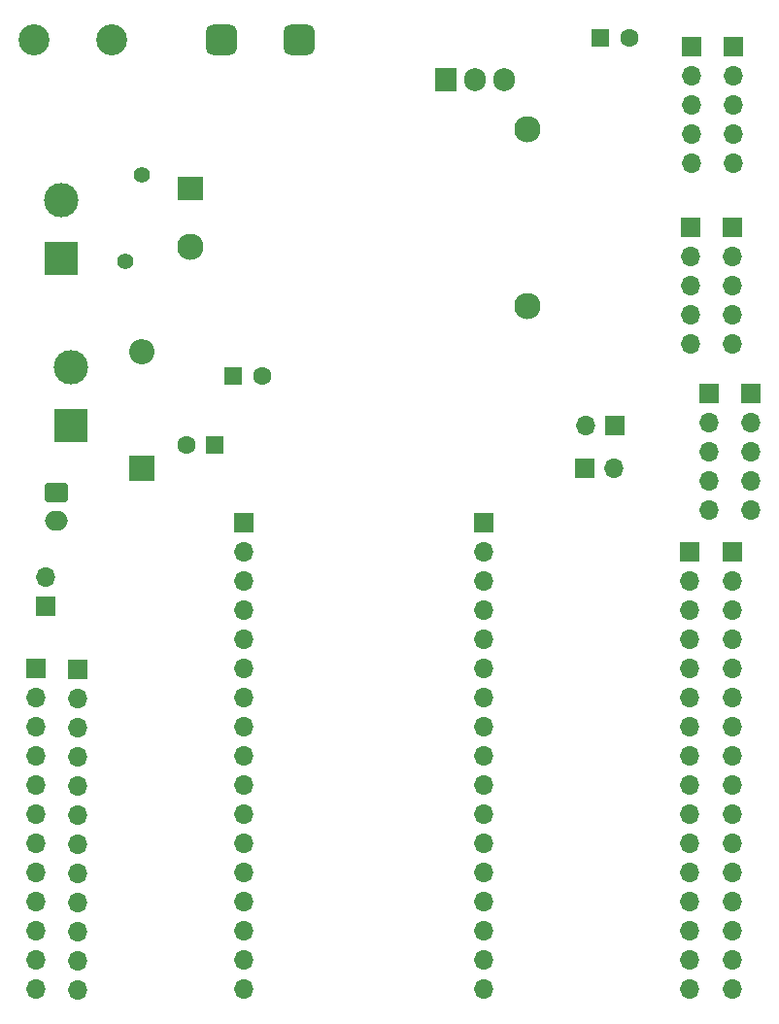
<source format=gbs>
G04 #@! TF.GenerationSoftware,KiCad,Pcbnew,(6.0.8)*
G04 #@! TF.CreationDate,2023-06-29T00:22:17-04:00*
G04 #@! TF.ProjectId,proyecto final,70726f79-6563-4746-9f20-66696e616c2e,rev?*
G04 #@! TF.SameCoordinates,Original*
G04 #@! TF.FileFunction,Soldermask,Bot*
G04 #@! TF.FilePolarity,Negative*
%FSLAX46Y46*%
G04 Gerber Fmt 4.6, Leading zero omitted, Abs format (unit mm)*
G04 Created by KiCad (PCBNEW (6.0.8)) date 2023-06-29 00:22:17*
%MOMM*%
%LPD*%
G01*
G04 APERTURE LIST*
G04 Aperture macros list*
%AMRoundRect*
0 Rectangle with rounded corners*
0 $1 Rounding radius*
0 $2 $3 $4 $5 $6 $7 $8 $9 X,Y pos of 4 corners*
0 Add a 4 corners polygon primitive as box body*
4,1,4,$2,$3,$4,$5,$6,$7,$8,$9,$2,$3,0*
0 Add four circle primitives for the rounded corners*
1,1,$1+$1,$2,$3*
1,1,$1+$1,$4,$5*
1,1,$1+$1,$6,$7*
1,1,$1+$1,$8,$9*
0 Add four rect primitives between the rounded corners*
20,1,$1+$1,$2,$3,$4,$5,0*
20,1,$1+$1,$4,$5,$6,$7,0*
20,1,$1+$1,$6,$7,$8,$9,0*
20,1,$1+$1,$8,$9,$2,$3,0*%
G04 Aperture macros list end*
%ADD10C,1.400000*%
%ADD11R,1.700000X1.700000*%
%ADD12O,1.700000X1.700000*%
%ADD13R,2.300000X2.000000*%
%ADD14C,2.300000*%
%ADD15R,1.905000X2.000000*%
%ADD16O,1.905000X2.000000*%
%ADD17R,3.000000X3.000000*%
%ADD18C,3.000000*%
%ADD19RoundRect,0.675000X0.675000X0.675000X-0.675000X0.675000X-0.675000X-0.675000X0.675000X-0.675000X0*%
%ADD20C,2.700000*%
%ADD21R,1.600000X1.600000*%
%ADD22C,1.600000*%
%ADD23R,2.200000X2.200000*%
%ADD24O,2.200000X2.200000*%
%ADD25RoundRect,0.250000X-0.750000X0.600000X-0.750000X-0.600000X0.750000X-0.600000X0.750000X0.600000X0*%
%ADD26O,2.000000X1.700000*%
G04 APERTURE END LIST*
D10*
X121115000Y-66455000D03*
X119615000Y-73955000D03*
D11*
X174175000Y-85520000D03*
D12*
X174175000Y-88060000D03*
X174175000Y-90600000D03*
X174175000Y-93140000D03*
X174175000Y-95680000D03*
D11*
X168955000Y-71045000D03*
D12*
X168955000Y-73585000D03*
X168955000Y-76125000D03*
X168955000Y-78665000D03*
X168955000Y-81205000D03*
D11*
X112687379Y-104005000D03*
D12*
X112687379Y-101465000D03*
D11*
X111835000Y-109480000D03*
D12*
X111835000Y-112020000D03*
X111835000Y-114560000D03*
X111835000Y-117100000D03*
X111835000Y-119640000D03*
X111835000Y-122180000D03*
X111835000Y-124720000D03*
X111835000Y-127260000D03*
X111835000Y-129800000D03*
X111835000Y-132340000D03*
X111835000Y-134880000D03*
X111835000Y-137420000D03*
D11*
X115505000Y-109530000D03*
D12*
X115505000Y-112070000D03*
X115505000Y-114610000D03*
X115505000Y-117150000D03*
X115505000Y-119690000D03*
X115505000Y-122230000D03*
X115505000Y-124770000D03*
X115505000Y-127310000D03*
X115505000Y-129850000D03*
X115505000Y-132390000D03*
X115505000Y-134930000D03*
X115505000Y-137470000D03*
D11*
X172555000Y-99330000D03*
D12*
X172555000Y-101870000D03*
X172555000Y-104410000D03*
X172555000Y-106950000D03*
X172555000Y-109490000D03*
X172555000Y-112030000D03*
X172555000Y-114570000D03*
X172555000Y-117110000D03*
X172555000Y-119650000D03*
X172555000Y-122190000D03*
X172555000Y-124730000D03*
X172555000Y-127270000D03*
X172555000Y-129810000D03*
X172555000Y-132350000D03*
X172555000Y-134890000D03*
X172555000Y-137430000D03*
D13*
X125302500Y-67675000D03*
D14*
X125302500Y-72675000D03*
X154702500Y-62475000D03*
X154702500Y-77875000D03*
D11*
X130000000Y-96780000D03*
D12*
X130000000Y-99320000D03*
X130000000Y-101860000D03*
X130000000Y-104400000D03*
X130000000Y-106940000D03*
X130000000Y-109480000D03*
X130000000Y-112020000D03*
X130000000Y-114560000D03*
X130000000Y-117100000D03*
X130000000Y-119640000D03*
X130000000Y-122180000D03*
X130000000Y-124720000D03*
X130000000Y-127260000D03*
X130000000Y-129800000D03*
X130000000Y-132340000D03*
X130000000Y-134880000D03*
X130000000Y-137420000D03*
D15*
X147605000Y-58140000D03*
D16*
X150145000Y-58140000D03*
X152685000Y-58140000D03*
D17*
X114035000Y-73755000D03*
D18*
X114035000Y-68675000D03*
D19*
X134805000Y-54640000D03*
X128045000Y-54640000D03*
D20*
X111695000Y-54640000D03*
X118455000Y-54640000D03*
D17*
X114937379Y-88305000D03*
D18*
X114937379Y-83225000D03*
D11*
X168860000Y-99330000D03*
D12*
X168860000Y-101870000D03*
X168860000Y-104410000D03*
X168860000Y-106950000D03*
X168860000Y-109490000D03*
X168860000Y-112030000D03*
X168860000Y-114570000D03*
X168860000Y-117110000D03*
X168860000Y-119650000D03*
X168860000Y-122190000D03*
X168860000Y-124730000D03*
X168860000Y-127270000D03*
X168860000Y-129810000D03*
X168860000Y-132350000D03*
X168860000Y-134890000D03*
X168860000Y-137430000D03*
D21*
X127477379Y-89945000D03*
D22*
X124977379Y-89945000D03*
D11*
X172650000Y-55280000D03*
D12*
X172650000Y-57820000D03*
X172650000Y-60360000D03*
X172650000Y-62900000D03*
X172650000Y-65440000D03*
D21*
X161067621Y-54500000D03*
D22*
X163567621Y-54500000D03*
D11*
X168995000Y-55280000D03*
D12*
X168995000Y-57820000D03*
X168995000Y-60360000D03*
X168995000Y-62900000D03*
X168995000Y-65440000D03*
D23*
X121055000Y-92045000D03*
D24*
X121055000Y-81885000D03*
D21*
X129067621Y-84000000D03*
D22*
X131567621Y-84000000D03*
D11*
X170515000Y-85470000D03*
D12*
X170515000Y-88010000D03*
X170515000Y-90550000D03*
X170515000Y-93090000D03*
X170515000Y-95630000D03*
D11*
X150860000Y-96780000D03*
D12*
X150860000Y-99320000D03*
X150860000Y-101860000D03*
X150860000Y-104400000D03*
X150860000Y-106940000D03*
X150860000Y-109480000D03*
X150860000Y-112020000D03*
X150860000Y-114560000D03*
X150860000Y-117100000D03*
X150860000Y-119640000D03*
X150860000Y-122180000D03*
X150860000Y-124720000D03*
X150860000Y-127260000D03*
X150860000Y-129800000D03*
X150860000Y-132340000D03*
X150860000Y-134880000D03*
X150860000Y-137420000D03*
D25*
X113637379Y-94125000D03*
D26*
X113637379Y-96625000D03*
D11*
X162285000Y-88310000D03*
D12*
X159745000Y-88310000D03*
D11*
X172605000Y-71045000D03*
D12*
X172605000Y-73585000D03*
X172605000Y-76125000D03*
X172605000Y-78665000D03*
X172605000Y-81205000D03*
D11*
X159735000Y-91990000D03*
D12*
X162275000Y-91990000D03*
M02*

</source>
